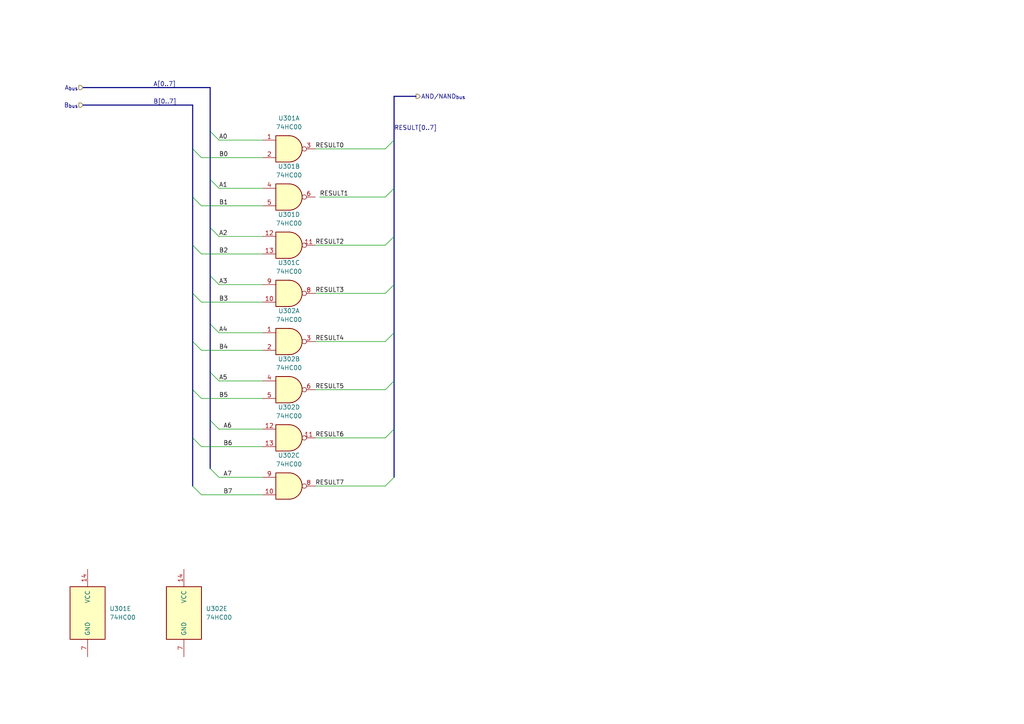
<source format=kicad_sch>
(kicad_sch (version 20211123) (generator eeschema)
  (paper "A4")
  (lib_symbols
    (symbol "74xx:74HC00" (pin_names (offset 1.016))
      (property "Reference" "U" (at 0 1.27 0))
      (property "Value" "74HC00" (at 0 -1.27 0))
      (symbol "74HC00_1_1"
        (arc (start 0 -3.81) (mid 3.81 0) (end 0 3.81) (stroke (width 0.254)) (fill (type background)))
        (polyline (pts (xy 0 3.81) (xy -3.81 3.81) (xy -3.81 -3.81) (xy 0 -3.81)) (stroke (width 0.254)) (fill (type background)))
        (pin input line (at -7.62 2.54 0) (length 3.81) (name "~") (number "1"))
        (pin input line (at -7.62 -2.54 0) (length 3.81) (name "~") (number "2"))
        (pin output inverted (at 7.62 0 180) (length 3.81) (name "~") (number "3"))
      )
      (symbol "74HC00_1_2"
        (arc (start -3.81 -3.81) (mid -2.589 0) (end -3.81 3.81) (stroke (width 0.254)))
        (arc (start -0.6096 -3.81) (mid 2.1842 -2.5851) (end 3.81 0) (stroke (width 0.254)) (fill (type background)))
        (polyline (pts (xy -3.81 -3.81) (xy -0.635 -3.81)) (stroke (width 0.254)) (fill (type background)))
        (polyline (pts (xy -3.81 3.81) (xy -0.635 3.81)) (stroke (width 0.254)) (fill (type background)))
        (polyline (pts (xy -0.635 3.81) (xy -3.81 3.81) (xy -3.81 3.81) (xy -3.556 3.4036) (xy -3.0226 2.2606) (xy -2.6924 1.0414) (xy -2.6162 -0.254) (xy -2.7686 -1.4986) (xy -3.175 -2.7178) (xy -3.81 -3.81) (xy -3.81 -3.81) (xy -0.635 -3.81)) (stroke (width -25.4)) (fill (type background)))
        (arc (start 3.81 0) (mid 2.1915 2.5936) (end -0.6096 3.81) (stroke (width 0.254)) (fill (type background)))
        (pin input inverted (at -7.62 2.54 0) (length 4.318) (name "~") (number "1"))
        (pin input inverted (at -7.62 -2.54 0) (length 4.318) (name "~") (number "2"))
        (pin output line (at 7.62 0 180) (length 3.81) (name "~") (number "3"))
      )
      (symbol "74HC00_2_1"
        (arc (start 0 -3.81) (mid 3.81 0) (end 0 3.81) (stroke (width 0.254)) (fill (type background)))
        (polyline (pts (xy 0 3.81) (xy -3.81 3.81) (xy -3.81 -3.81) (xy 0 -3.81)) (stroke (width 0.254)) (fill (type background)))
        (pin input line (at -7.62 2.54 0) (length 3.81) (name "~") (number "4"))
        (pin input line (at -7.62 -2.54 0) (length 3.81) (name "~") (number "5"))
        (pin output inverted (at 7.62 0 180) (length 3.81) (name "~") (number "6"))
      )
      (symbol "74HC00_2_2"
        (arc (start -3.81 -3.81) (mid -2.589 0) (end -3.81 3.81) (stroke (width 0.254)))
        (arc (start -0.6096 -3.81) (mid 2.1842 -2.5851) (end 3.81 0) (stroke (width 0.254)) (fill (type background)))
        (polyline (pts (xy -3.81 -3.81) (xy -0.635 -3.81)) (stroke (width 0.254)) (fill (type background)))
        (polyline (pts (xy -3.81 3.81) (xy -0.635 3.81)) (stroke (width 0.254)) (fill (type background)))
        (polyline (pts (xy -0.635 3.81) (xy -3.81 3.81) (xy -3.81 3.81) (xy -3.556 3.4036) (xy -3.0226 2.2606) (xy -2.6924 1.0414) (xy -2.6162 -0.254) (xy -2.7686 -1.4986) (xy -3.175 -2.7178) (xy -3.81 -3.81) (xy -3.81 -3.81) (xy -0.635 -3.81)) (stroke (width -25.4)) (fill (type background)))
        (arc (start 3.81 0) (mid 2.1915 2.5936) (end -0.6096 3.81) (stroke (width 0.254)) (fill (type background)))
        (pin input inverted (at -7.62 2.54 0) (length 4.318) (name "~") (number "4"))
        (pin input inverted (at -7.62 -2.54 0) (length 4.318) (name "~") (number "5"))
        (pin output line (at 7.62 0 180) (length 3.81) (name "~") (number "6"))
      )
      (symbol "74HC00_3_1"
        (arc (start 0 -3.81) (mid 3.81 0) (end 0 3.81) (stroke (width 0.254)) (fill (type background)))
        (polyline (pts (xy 0 3.81) (xy -3.81 3.81) (xy -3.81 -3.81) (xy 0 -3.81)) (stroke (width 0.254)) (fill (type background)))
        (pin input line (at -7.62 -2.54 0) (length 3.81) (name "~") (number "10"))
        (pin output inverted (at 7.62 0 180) (length 3.81) (name "~") (number "8"))
        (pin input line (at -7.62 2.54 0) (length 3.81) (name "~") (number "9"))
      )
      (symbol "74HC00_3_2"
        (arc (start -3.81 -3.81) (mid -2.589 0) (end -3.81 3.81) (stroke (width 0.254)))
        (arc (start -0.6096 -3.81) (mid 2.1842 -2.5851) (end 3.81 0) (stroke (width 0.254)) (fill (type background)))
        (polyline (pts (xy -3.81 -3.81) (xy -0.635 -3.81)) (stroke (width 0.254)) (fill (type background)))
        (polyline (pts (xy -3.81 3.81) (xy -0.635 3.81)) (stroke (width 0.254)) (fill (type background)))
        (polyline (pts (xy -0.635 3.81) (xy -3.81 3.81) (xy -3.81 3.81) (xy -3.556 3.4036) (xy -3.0226 2.2606) (xy -2.6924 1.0414) (xy -2.6162 -0.254) (xy -2.7686 -1.4986) (xy -3.175 -2.7178) (xy -3.81 -3.81) (xy -3.81 -3.81) (xy -0.635 -3.81)) (stroke (width -25.4)) (fill (type background)))
        (arc (start 3.81 0) (mid 2.1915 2.5936) (end -0.6096 3.81) (stroke (width 0.254)) (fill (type background)))
        (pin input inverted (at -7.62 -2.54 0) (length 4.318) (name "~") (number "10"))
        (pin output line (at 7.62 0 180) (length 3.81) (name "~") (number "8"))
        (pin input inverted (at -7.62 2.54 0) (length 4.318) (name "~") (number "9"))
      )
      (symbol "74HC00_4_1"
        (arc (start 0 -3.81) (mid 3.81 0) (end 0 3.81) (stroke (width 0.254)) (fill (type background)))
        (polyline (pts (xy 0 3.81) (xy -3.81 3.81) (xy -3.81 -3.81) (xy 0 -3.81)) (stroke (width 0.254)) (fill (type background)))
        (pin output inverted (at 7.62 0 180) (length 3.81) (name "~") (number "11"))
        (pin input line (at -7.62 2.54 0) (length 3.81) (name "~") (number "12"))
        (pin input line (at -7.62 -2.54 0) (length 3.81) (name "~") (number "13"))
      )
      (symbol "74HC00_4_2"
        (arc (start -3.81 -3.81) (mid -2.589 0) (end -3.81 3.81) (stroke (width 0.254)))
        (arc (start -0.6096 -3.81) (mid 2.1842 -2.5851) (end 3.81 0) (stroke (width 0.254)) (fill (type background)))
        (polyline (pts (xy -3.81 -3.81) (xy -0.635 -3.81)) (stroke (width 0.254)) (fill (type background)))
        (polyline (pts (xy -3.81 3.81) (xy -0.635 3.81)) (stroke (width 0.254)) (fill (type background)))
        (polyline (pts (xy -0.635 3.81) (xy -3.81 3.81) (xy -3.81 3.81) (xy -3.556 3.4036) (xy -3.0226 2.2606) (xy -2.6924 1.0414) (xy -2.6162 -0.254) (xy -2.7686 -1.4986) (xy -3.175 -2.7178) (xy -3.81 -3.81) (xy -3.81 -3.81) (xy -0.635 -3.81)) (stroke (width -25.4)) (fill (type background)))
        (arc (start 3.81 0) (mid 2.1915 2.5936) (end -0.6096 3.81) (stroke (width 0.254)) (fill (type background)))
        (pin output line (at 7.62 0 180) (length 3.81) (name "~") (number "11"))
        (pin input inverted (at -7.62 2.54 0) (length 4.318) (name "~") (number "12"))
        (pin input inverted (at -7.62 -2.54 0) (length 4.318) (name "~") (number "13"))
      )
      (symbol "74HC00_5_0"
        (pin power_in line (at 0 12.7 270) (length 5.08) (name "VCC") (number "14"))
        (pin power_in line (at 0 -12.7 90) (length 5.08) (name "GND") (number "7"))
      )
      (symbol "74HC00_5_1"
        (rectangle (start -5.08 7.62) (end 5.08 -7.62) (stroke (width 0.254)) (fill (type background)))
      )
    )
  )
  (bus_entry (at 114.3 82.55) (size -2.54 2.54))
  (bus_entry (at 60.96 93.98) (size 2.54 2.54))
  (bus_entry (at 55.88 140.97) (size 2.54 2.54))
  (bus_entry (at 114.3 124.46) (size -2.54 2.54))
  (bus_entry (at 114.3 96.52) (size -2.54 2.54))
  (bus_entry (at 55.88 127) (size 2.54 2.54))
  (bus_entry (at 114.3 138.43) (size -2.54 2.54))
  (bus_entry (at 60.96 66.04) (size 2.54 2.54))
  (bus_entry (at 60.96 121.92) (size 2.54 2.54))
  (bus_entry (at 55.88 43.18) (size 2.54 2.54))
  (bus_entry (at 114.3 40.64) (size -2.54 2.54))
  (bus_entry (at 55.88 113.03) (size 2.54 2.54))
  (bus_entry (at 114.3 54.61) (size -2.54 2.54))
  (bus_entry (at 114.3 68.58) (size -2.54 2.54))
  (bus_entry (at 60.96 38.1) (size 2.54 2.54))
  (bus_entry (at 55.88 71.12) (size 2.54 2.54))
  (bus_entry (at 55.88 57.15) (size 2.54 2.54))
  (bus_entry (at 55.88 99.06) (size 2.54 2.54))
  (bus_entry (at 60.96 135.89) (size 2.54 2.54))
  (bus_entry (at 60.96 80.01) (size 2.54 2.54))
  (bus_entry (at 60.96 52.07) (size 2.54 2.54))
  (bus_entry (at 114.3 110.49) (size -2.54 2.54))
  (bus_entry (at 55.88 85.09) (size 2.54 2.54))
  (bus_entry (at 60.96 107.95) (size 2.54 2.54))
  (bus (pts (xy 55.88 30.48) (xy 55.88 43.18)))
  (bus (pts (xy 60.96 107.95) (xy 60.96 121.92)))
  (wire (pts (xy 63.5 110.49) (xy 76.2 110.49)))
  (wire (pts (xy 91.44 85.09) (xy 111.76 85.09)))
  (bus (pts (xy 60.96 66.04) (xy 60.96 80.01)))
  (wire (pts (xy 63.5 40.64) (xy 76.2 40.64)))
  (wire (pts (xy 91.44 113.03) (xy 111.76 113.03)))
  (wire (pts (xy 92.71 57.15) (xy 111.76 57.15)))
  (bus (pts (xy 60.96 52.07) (xy 60.96 66.04)))
  (bus (pts (xy 114.3 110.49) (xy 114.3 124.46)))
  (wire (pts (xy 91.44 71.12) (xy 111.76 71.12)))
  (bus (pts (xy 24.13 25.4) (xy 60.96 25.4)))
  (wire (pts (xy 58.42 59.69) (xy 76.2 59.69)))
  (wire (pts (xy 91.44 99.06) (xy 111.76 99.06)))
  (wire (pts (xy 63.5 124.46) (xy 76.2 124.46)))
  (wire (pts (xy 63.5 54.61) (xy 76.2 54.61)))
  (bus (pts (xy 55.88 99.06) (xy 55.88 113.03)))
  (wire (pts (xy 91.44 140.97) (xy 111.76 140.97)))
  (bus (pts (xy 114.3 124.46) (xy 114.3 138.43)))
  (wire (pts (xy 58.42 101.6) (xy 76.2 101.6)))
  (wire (pts (xy 58.42 129.54) (xy 76.2 129.54)))
  (wire (pts (xy 58.42 45.72) (xy 76.2 45.72)))
  (bus (pts (xy 60.96 38.1) (xy 60.96 52.07)))
  (bus (pts (xy 114.3 54.61) (xy 114.3 68.58)))
  (wire (pts (xy 63.5 82.55) (xy 76.2 82.55)))
  (bus (pts (xy 24.13 30.48) (xy 55.88 30.48)))
  (bus (pts (xy 55.88 113.03) (xy 55.88 127)))
  (bus (pts (xy 60.96 25.4) (xy 60.96 38.1)))
  (wire (pts (xy 63.5 68.58) (xy 76.2 68.58)))
  (wire (pts (xy 91.44 127) (xy 111.76 127)))
  (bus (pts (xy 114.3 82.55) (xy 114.3 96.52)))
  (bus (pts (xy 120.65 27.94) (xy 114.3 27.94)))
  (wire (pts (xy 58.42 143.51) (xy 76.2 143.51)))
  (bus (pts (xy 114.3 40.64) (xy 114.3 54.61)))
  (bus (pts (xy 60.96 121.92) (xy 60.96 135.89)))
  (bus (pts (xy 114.3 68.58) (xy 114.3 82.55)))
  (bus (pts (xy 60.96 80.01) (xy 60.96 93.98)))
  (wire (pts (xy 63.5 138.43) (xy 76.2 138.43)))
  (bus (pts (xy 114.3 96.52) (xy 114.3 110.49)))
  (bus (pts (xy 55.88 71.12) (xy 55.88 85.09)))
  (wire (pts (xy 58.42 73.66) (xy 76.2 73.66)))
  (bus (pts (xy 114.3 27.94) (xy 114.3 40.64)))
  (bus (pts (xy 55.88 85.09) (xy 55.88 99.06)))
  (bus (pts (xy 55.88 57.15) (xy 55.88 71.12)))
  (bus (pts (xy 55.88 127) (xy 55.88 140.97)))
  (wire (pts (xy 63.5 96.52) (xy 76.2 96.52)))
  (bus (pts (xy 60.96 93.98) (xy 60.96 107.95)))
  (wire (pts (xy 91.44 43.18) (xy 111.76 43.18)))
  (bus (pts (xy 55.88 43.18) (xy 55.88 57.15)))
  (wire (pts (xy 58.42 115.57) (xy 76.2 115.57)))
  (wire (pts (xy 58.42 87.63) (xy 76.2 87.63)))
  (label "RESULT0" (at 91.44 43.18 0))
  (label "A6" (at 64.77 124.46 0))
  (label "B0" (at 63.5 45.72 0))
  (label "A1" (at 63.5 54.61 0))
  (label "A4" (at 63.5 96.52 0))
  (label "A2" (at 63.5 68.58 0))
  (label "RESULT3" (at 91.44 85.09 0))
  (label "B1" (at 63.5 59.69 0))
  (label "B4" (at 63.5 101.6 0))
  (label "B6" (at 64.77 129.54 0))
  (label "B5" (at 63.5 115.57 0))
  (label "A[0..7]" (at 44.45 25.4 0))
  (label "B3" (at 63.5 87.63 0))
  (label "B2" (at 63.5 73.66 0))
  (label "RESULT5" (at 91.44 113.03 0))
  (label "A7" (at 64.77 138.43 0))
  (label "RESULT2" (at 91.44 71.12 0))
  (label "B[0..7]" (at 44.45 30.48 0))
  (label "A5" (at 63.5 110.49 0))
  (label "RESULT6" (at 91.44 127 0))
  (label "A3" (at 63.5 82.55 0))
  (label "RESULT4" (at 91.44 99.06 0))
  (label "RESULT1" (at 92.71 57.15 0))
  (label "B7" (at 64.77 143.51 0))
  (label "RESULT7" (at 91.44 140.97 0))
  (label "A0" (at 63.5 40.64 0))
  (label "RESULT[0..7]" (at 114.3 38.1 0))
  (hierarchical_label "AND{slash}NAND_{bus}" (shape output) (at 120.65 27.94 0))
  (hierarchical_label "B_{bus}" (shape input) (at 24.13 30.48 180))
  (hierarchical_label "A_{bus}" (shape input) (at 24.13 25.4 180))
  (symbol (lib_id "74xx:74HC00") (at 83.82 113.03 0) (unit 2)
    (property "Reference" "U302" (at 83.82 104.14 0))
    (property "Value" "74HC00" (at 83.82 106.68 0))
    (property "Datasheet" "http://www.ti.com/lit/gpn/sn74hc00" (effects hide))
  )
  (symbol (lib_id "74xx:74HC00") (at 83.82 71.12 0) (unit 4)
    (property "Reference" "U301" (at 83.82 62.23 0))
    (property "Value" "74HC00" (at 83.82 64.77 0))
    (property "Datasheet" "http://www.ti.com/lit/gpn/sn74hc00" (effects hide))
  )
  (symbol (lib_id "74xx:74HC00") (at 83.82 140.97 0) (unit 3)
    (property "Reference" "U302" (at 83.82 132.08 0))
    (property "Value" "74HC00" (at 83.82 134.62 0))
    (property "Datasheet" "http://www.ti.com/lit/gpn/sn74hc00" (effects hide))
  )
  (symbol (lib_id "74xx:74HC00") (at 83.82 43.18 0) (unit 1)
    (property "Reference" "U301" (at 83.82 34.29 0))
    (property "Value" "74HC00" (at 83.82 36.83 0))
    (property "Footprint" "Package_DIP:DIP-14_W7.62mm_Socket" (effects hide))
    (property "Datasheet" "http://www.ti.com/lit/gpn/sn74hc00" (effects hide))
  )
  (symbol (lib_id "74xx:74HC00") (at 83.82 85.09 0) (unit 3)
    (property "Reference" "U301" (at 83.82 76.2 0))
    (property "Value" "74HC00" (at 83.82 78.74 0))
    (property "Datasheet" "http://www.ti.com/lit/gpn/sn74hc00" (effects hide))
  )
  (symbol (lib_id "74xx:74HC00") (at 83.82 99.06 0) (unit 1)
    (property "Reference" "U302" (at 83.82 90.17 0))
    (property "Value" "74HC00" (at 83.82 92.71 0))
    (property "Footprint" "Package_DIP:DIP-14_W7.62mm_Socket" (effects hide))
    (property "Datasheet" "http://www.ti.com/lit/gpn/sn74hc00" (effects hide))
  )
  (symbol (lib_id "74xx:74HC00") (at 83.82 127 0) (unit 4)
    (property "Reference" "U302" (at 83.82 118.11 0))
    (property "Value" "74HC00" (at 83.82 120.65 0))
    (property "Datasheet" "http://www.ti.com/lit/gpn/sn74hc00" (effects hide))
  )
  (symbol (lib_id "74xx:74HC00") (at 83.82 57.15 0) (unit 2)
    (property "Reference" "U301" (at 83.82 48.26 0))
    (property "Value" "74HC00" (at 83.82 50.8 0))
    (property "Datasheet" "http://www.ti.com/lit/gpn/sn74hc00" (effects hide))
  )
  (symbol (lib_id "74xx:74HC00") (at 53.34 177.8 0) (unit 5)
    (property "Reference" "U302" (at 59.69 176.5299 0) (effects (justify left)))
    (property "Value" "74HC00" (at 59.69 179.0699 0) (effects (justify left)))
    (property "Datasheet" "http://www.ti.com/lit/gpn/sn74hc00" (effects hide))
  )
  (symbol (lib_id "74xx:74HC00") (at 25.4 177.8 0) (unit 5)
    (property "Reference" "U301" (at 31.75 176.5299 0) (effects (justify left)))
    (property "Value" "74HC00" (at 31.75 179.0699 0) (effects (justify left)))
    (property "Datasheet" "http://www.ti.com/lit/gpn/sn74hc00" (effects hide))
  )
)
</source>
